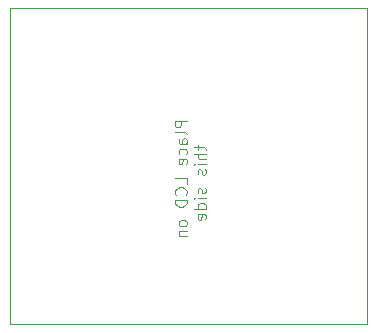
<source format=gbr>
%TF.GenerationSoftware,KiCad,Pcbnew,8.0.6*%
%TF.CreationDate,2024-11-15T14:11:31+01:00*%
%TF.ProjectId,PA3194G822_R05,50413331-3934-4473-9832-325f5230352e,3*%
%TF.SameCoordinates,Original*%
%TF.FileFunction,Legend,Bot*%
%TF.FilePolarity,Positive*%
%FSLAX46Y46*%
G04 Gerber Fmt 4.6, Leading zero omitted, Abs format (unit mm)*
G04 Created by KiCad (PCBNEW 8.0.6) date 2024-11-15 14:11:31*
%MOMM*%
%LPD*%
G01*
G04 APERTURE LIST*
%ADD10C,0.100000*%
G04 APERTURE END LIST*
D10*
X105200000Y-86600000D02*
X135500000Y-86600000D01*
X135500000Y-113400000D01*
X105200000Y-113400000D01*
X105200000Y-86600000D01*
X120192475Y-96134285D02*
X119192475Y-96134285D01*
X119192475Y-96134285D02*
X119192475Y-96515237D01*
X119192475Y-96515237D02*
X119240094Y-96610475D01*
X119240094Y-96610475D02*
X119287713Y-96658094D01*
X119287713Y-96658094D02*
X119382951Y-96705713D01*
X119382951Y-96705713D02*
X119525808Y-96705713D01*
X119525808Y-96705713D02*
X119621046Y-96658094D01*
X119621046Y-96658094D02*
X119668665Y-96610475D01*
X119668665Y-96610475D02*
X119716284Y-96515237D01*
X119716284Y-96515237D02*
X119716284Y-96134285D01*
X120192475Y-97277142D02*
X120144856Y-97181904D01*
X120144856Y-97181904D02*
X120049617Y-97134285D01*
X120049617Y-97134285D02*
X119192475Y-97134285D01*
X120192475Y-98086666D02*
X119668665Y-98086666D01*
X119668665Y-98086666D02*
X119573427Y-98039047D01*
X119573427Y-98039047D02*
X119525808Y-97943809D01*
X119525808Y-97943809D02*
X119525808Y-97753333D01*
X119525808Y-97753333D02*
X119573427Y-97658095D01*
X120144856Y-98086666D02*
X120192475Y-97991428D01*
X120192475Y-97991428D02*
X120192475Y-97753333D01*
X120192475Y-97753333D02*
X120144856Y-97658095D01*
X120144856Y-97658095D02*
X120049617Y-97610476D01*
X120049617Y-97610476D02*
X119954379Y-97610476D01*
X119954379Y-97610476D02*
X119859141Y-97658095D01*
X119859141Y-97658095D02*
X119811522Y-97753333D01*
X119811522Y-97753333D02*
X119811522Y-97991428D01*
X119811522Y-97991428D02*
X119763903Y-98086666D01*
X120144856Y-98991428D02*
X120192475Y-98896190D01*
X120192475Y-98896190D02*
X120192475Y-98705714D01*
X120192475Y-98705714D02*
X120144856Y-98610476D01*
X120144856Y-98610476D02*
X120097236Y-98562857D01*
X120097236Y-98562857D02*
X120001998Y-98515238D01*
X120001998Y-98515238D02*
X119716284Y-98515238D01*
X119716284Y-98515238D02*
X119621046Y-98562857D01*
X119621046Y-98562857D02*
X119573427Y-98610476D01*
X119573427Y-98610476D02*
X119525808Y-98705714D01*
X119525808Y-98705714D02*
X119525808Y-98896190D01*
X119525808Y-98896190D02*
X119573427Y-98991428D01*
X120144856Y-99800952D02*
X120192475Y-99705714D01*
X120192475Y-99705714D02*
X120192475Y-99515238D01*
X120192475Y-99515238D02*
X120144856Y-99420000D01*
X120144856Y-99420000D02*
X120049617Y-99372381D01*
X120049617Y-99372381D02*
X119668665Y-99372381D01*
X119668665Y-99372381D02*
X119573427Y-99420000D01*
X119573427Y-99420000D02*
X119525808Y-99515238D01*
X119525808Y-99515238D02*
X119525808Y-99705714D01*
X119525808Y-99705714D02*
X119573427Y-99800952D01*
X119573427Y-99800952D02*
X119668665Y-99848571D01*
X119668665Y-99848571D02*
X119763903Y-99848571D01*
X119763903Y-99848571D02*
X119859141Y-99372381D01*
X120192475Y-101515238D02*
X120192475Y-101039048D01*
X120192475Y-101039048D02*
X119192475Y-101039048D01*
X120097236Y-102420000D02*
X120144856Y-102372381D01*
X120144856Y-102372381D02*
X120192475Y-102229524D01*
X120192475Y-102229524D02*
X120192475Y-102134286D01*
X120192475Y-102134286D02*
X120144856Y-101991429D01*
X120144856Y-101991429D02*
X120049617Y-101896191D01*
X120049617Y-101896191D02*
X119954379Y-101848572D01*
X119954379Y-101848572D02*
X119763903Y-101800953D01*
X119763903Y-101800953D02*
X119621046Y-101800953D01*
X119621046Y-101800953D02*
X119430570Y-101848572D01*
X119430570Y-101848572D02*
X119335332Y-101896191D01*
X119335332Y-101896191D02*
X119240094Y-101991429D01*
X119240094Y-101991429D02*
X119192475Y-102134286D01*
X119192475Y-102134286D02*
X119192475Y-102229524D01*
X119192475Y-102229524D02*
X119240094Y-102372381D01*
X119240094Y-102372381D02*
X119287713Y-102420000D01*
X120192475Y-102848572D02*
X119192475Y-102848572D01*
X119192475Y-102848572D02*
X119192475Y-103086667D01*
X119192475Y-103086667D02*
X119240094Y-103229524D01*
X119240094Y-103229524D02*
X119335332Y-103324762D01*
X119335332Y-103324762D02*
X119430570Y-103372381D01*
X119430570Y-103372381D02*
X119621046Y-103420000D01*
X119621046Y-103420000D02*
X119763903Y-103420000D01*
X119763903Y-103420000D02*
X119954379Y-103372381D01*
X119954379Y-103372381D02*
X120049617Y-103324762D01*
X120049617Y-103324762D02*
X120144856Y-103229524D01*
X120144856Y-103229524D02*
X120192475Y-103086667D01*
X120192475Y-103086667D02*
X120192475Y-102848572D01*
X120192475Y-104753334D02*
X120144856Y-104658096D01*
X120144856Y-104658096D02*
X120097236Y-104610477D01*
X120097236Y-104610477D02*
X120001998Y-104562858D01*
X120001998Y-104562858D02*
X119716284Y-104562858D01*
X119716284Y-104562858D02*
X119621046Y-104610477D01*
X119621046Y-104610477D02*
X119573427Y-104658096D01*
X119573427Y-104658096D02*
X119525808Y-104753334D01*
X119525808Y-104753334D02*
X119525808Y-104896191D01*
X119525808Y-104896191D02*
X119573427Y-104991429D01*
X119573427Y-104991429D02*
X119621046Y-105039048D01*
X119621046Y-105039048D02*
X119716284Y-105086667D01*
X119716284Y-105086667D02*
X120001998Y-105086667D01*
X120001998Y-105086667D02*
X120097236Y-105039048D01*
X120097236Y-105039048D02*
X120144856Y-104991429D01*
X120144856Y-104991429D02*
X120192475Y-104896191D01*
X120192475Y-104896191D02*
X120192475Y-104753334D01*
X119525808Y-105515239D02*
X120192475Y-105515239D01*
X119621046Y-105515239D02*
X119573427Y-105562858D01*
X119573427Y-105562858D02*
X119525808Y-105658096D01*
X119525808Y-105658096D02*
X119525808Y-105800953D01*
X119525808Y-105800953D02*
X119573427Y-105896191D01*
X119573427Y-105896191D02*
X119668665Y-105943810D01*
X119668665Y-105943810D02*
X120192475Y-105943810D01*
X121135752Y-98229524D02*
X121135752Y-98610476D01*
X120802419Y-98372381D02*
X121659561Y-98372381D01*
X121659561Y-98372381D02*
X121754800Y-98420000D01*
X121754800Y-98420000D02*
X121802419Y-98515238D01*
X121802419Y-98515238D02*
X121802419Y-98610476D01*
X121802419Y-98943810D02*
X120802419Y-98943810D01*
X121802419Y-99372381D02*
X121278609Y-99372381D01*
X121278609Y-99372381D02*
X121183371Y-99324762D01*
X121183371Y-99324762D02*
X121135752Y-99229524D01*
X121135752Y-99229524D02*
X121135752Y-99086667D01*
X121135752Y-99086667D02*
X121183371Y-98991429D01*
X121183371Y-98991429D02*
X121230990Y-98943810D01*
X121802419Y-99848572D02*
X121135752Y-99848572D01*
X120802419Y-99848572D02*
X120850038Y-99800953D01*
X120850038Y-99800953D02*
X120897657Y-99848572D01*
X120897657Y-99848572D02*
X120850038Y-99896191D01*
X120850038Y-99896191D02*
X120802419Y-99848572D01*
X120802419Y-99848572D02*
X120897657Y-99848572D01*
X121754800Y-100277143D02*
X121802419Y-100372381D01*
X121802419Y-100372381D02*
X121802419Y-100562857D01*
X121802419Y-100562857D02*
X121754800Y-100658095D01*
X121754800Y-100658095D02*
X121659561Y-100705714D01*
X121659561Y-100705714D02*
X121611942Y-100705714D01*
X121611942Y-100705714D02*
X121516704Y-100658095D01*
X121516704Y-100658095D02*
X121469085Y-100562857D01*
X121469085Y-100562857D02*
X121469085Y-100420000D01*
X121469085Y-100420000D02*
X121421466Y-100324762D01*
X121421466Y-100324762D02*
X121326228Y-100277143D01*
X121326228Y-100277143D02*
X121278609Y-100277143D01*
X121278609Y-100277143D02*
X121183371Y-100324762D01*
X121183371Y-100324762D02*
X121135752Y-100420000D01*
X121135752Y-100420000D02*
X121135752Y-100562857D01*
X121135752Y-100562857D02*
X121183371Y-100658095D01*
X121754800Y-101848572D02*
X121802419Y-101943810D01*
X121802419Y-101943810D02*
X121802419Y-102134286D01*
X121802419Y-102134286D02*
X121754800Y-102229524D01*
X121754800Y-102229524D02*
X121659561Y-102277143D01*
X121659561Y-102277143D02*
X121611942Y-102277143D01*
X121611942Y-102277143D02*
X121516704Y-102229524D01*
X121516704Y-102229524D02*
X121469085Y-102134286D01*
X121469085Y-102134286D02*
X121469085Y-101991429D01*
X121469085Y-101991429D02*
X121421466Y-101896191D01*
X121421466Y-101896191D02*
X121326228Y-101848572D01*
X121326228Y-101848572D02*
X121278609Y-101848572D01*
X121278609Y-101848572D02*
X121183371Y-101896191D01*
X121183371Y-101896191D02*
X121135752Y-101991429D01*
X121135752Y-101991429D02*
X121135752Y-102134286D01*
X121135752Y-102134286D02*
X121183371Y-102229524D01*
X121802419Y-102705715D02*
X121135752Y-102705715D01*
X120802419Y-102705715D02*
X120850038Y-102658096D01*
X120850038Y-102658096D02*
X120897657Y-102705715D01*
X120897657Y-102705715D02*
X120850038Y-102753334D01*
X120850038Y-102753334D02*
X120802419Y-102705715D01*
X120802419Y-102705715D02*
X120897657Y-102705715D01*
X121802419Y-103610476D02*
X120802419Y-103610476D01*
X121754800Y-103610476D02*
X121802419Y-103515238D01*
X121802419Y-103515238D02*
X121802419Y-103324762D01*
X121802419Y-103324762D02*
X121754800Y-103229524D01*
X121754800Y-103229524D02*
X121707180Y-103181905D01*
X121707180Y-103181905D02*
X121611942Y-103134286D01*
X121611942Y-103134286D02*
X121326228Y-103134286D01*
X121326228Y-103134286D02*
X121230990Y-103181905D01*
X121230990Y-103181905D02*
X121183371Y-103229524D01*
X121183371Y-103229524D02*
X121135752Y-103324762D01*
X121135752Y-103324762D02*
X121135752Y-103515238D01*
X121135752Y-103515238D02*
X121183371Y-103610476D01*
X121754800Y-104467619D02*
X121802419Y-104372381D01*
X121802419Y-104372381D02*
X121802419Y-104181905D01*
X121802419Y-104181905D02*
X121754800Y-104086667D01*
X121754800Y-104086667D02*
X121659561Y-104039048D01*
X121659561Y-104039048D02*
X121278609Y-104039048D01*
X121278609Y-104039048D02*
X121183371Y-104086667D01*
X121183371Y-104086667D02*
X121135752Y-104181905D01*
X121135752Y-104181905D02*
X121135752Y-104372381D01*
X121135752Y-104372381D02*
X121183371Y-104467619D01*
X121183371Y-104467619D02*
X121278609Y-104515238D01*
X121278609Y-104515238D02*
X121373847Y-104515238D01*
X121373847Y-104515238D02*
X121469085Y-104039048D01*
M02*

</source>
